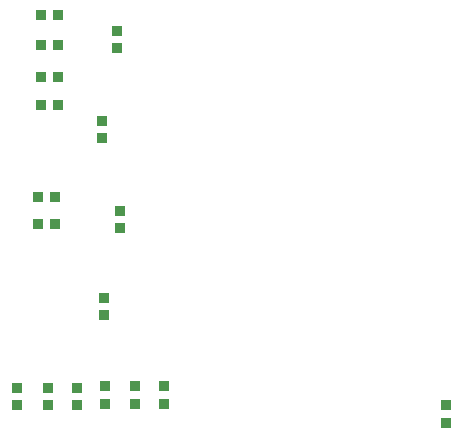
<source format=gbp>
G04 Layer_Color=128*
%FSLAX25Y25*%
%MOIN*%
G70*
G01*
G75*
%ADD11R,0.03543X0.03740*%
%ADD14R,0.03740X0.03543*%
D11*
X228405Y290000D02*
D03*
X222500D02*
D03*
X228405Y299000D02*
D03*
X222500D02*
D03*
X229405Y329500D02*
D03*
X223500D02*
D03*
X229405Y339000D02*
D03*
X223500D02*
D03*
X229405Y349500D02*
D03*
X223500D02*
D03*
X229405Y359500D02*
D03*
X223500D02*
D03*
D14*
X215500Y235405D02*
D03*
Y229500D02*
D03*
X226000Y235405D02*
D03*
Y229500D02*
D03*
X235500Y235405D02*
D03*
Y229500D02*
D03*
X245000Y235906D02*
D03*
Y230000D02*
D03*
X255000Y235906D02*
D03*
Y230000D02*
D03*
X264500Y235906D02*
D03*
Y230000D02*
D03*
X244500Y265406D02*
D03*
Y259500D02*
D03*
X244000Y324406D02*
D03*
Y318500D02*
D03*
X250000Y294406D02*
D03*
Y288500D02*
D03*
X249000Y354405D02*
D03*
Y348500D02*
D03*
X358500Y223594D02*
D03*
Y229500D02*
D03*
M02*

</source>
